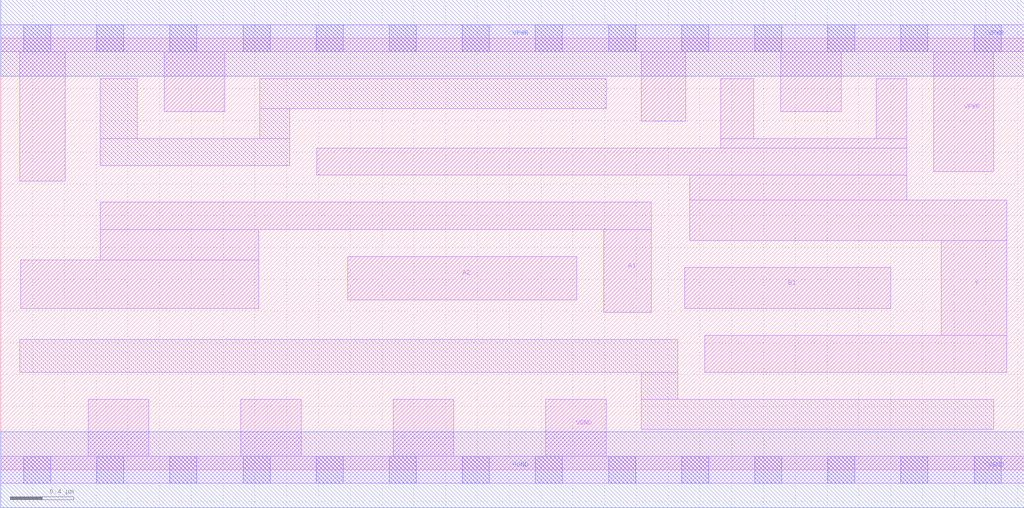
<source format=lef>
# Copyright 2020 The SkyWater PDK Authors
#
# Licensed under the Apache License, Version 2.0 (the "License");
# you may not use this file except in compliance with the License.
# You may obtain a copy of the License at
#
#     https://www.apache.org/licenses/LICENSE-2.0
#
# Unless required by applicable law or agreed to in writing, software
# distributed under the License is distributed on an "AS IS" BASIS,
# WITHOUT WARRANTIES OR CONDITIONS OF ANY KIND, either express or implied.
# See the License for the specific language governing permissions and
# limitations under the License.
#
# SPDX-License-Identifier: Apache-2.0

VERSION 5.7 ;
  NAMESCASESENSITIVE ON ;
  NOWIREEXTENSIONATPIN ON ;
  DIVIDERCHAR "/" ;
  BUSBITCHARS "[]" ;
UNITS
  DATABASE MICRONS 200 ;
END UNITS
PROPERTYDEFINITIONS
  MACRO maskLayoutSubType STRING ;
  MACRO prCellType STRING ;
  MACRO originalViewName STRING ;
END PROPERTYDEFINITIONS
MACRO sky130_fd_sc_hdll__o21ai_4
  CLASS CORE ;
  FOREIGN sky130_fd_sc_hdll__o21ai_4 ;
  ORIGIN  0.000000  0.000000 ;
  SIZE  6.440000 BY  2.720000 ;
  SYMMETRY X Y R90 ;
  SITE unithd ;
  PIN A1
    ANTENNAGATEAREA  1.110000 ;
    DIRECTION INPUT ;
    USE SIGNAL ;
    PORT
      LAYER li1 ;
        RECT 0.125000 1.015000 1.625000 1.320000 ;
        RECT 0.625000 1.320000 1.625000 1.515000 ;
        RECT 0.625000 1.515000 4.095000 1.685000 ;
        RECT 3.795000 0.990000 4.095000 1.515000 ;
    END
  END A1
  PIN A2
    ANTENNAGATEAREA  1.110000 ;
    DIRECTION INPUT ;
    USE SIGNAL ;
    PORT
      LAYER li1 ;
        RECT 2.185000 1.070000 3.625000 1.345000 ;
    END
  END A2
  PIN B1
    ANTENNAGATEAREA  1.110000 ;
    DIRECTION INPUT ;
    USE SIGNAL ;
    PORT
      LAYER li1 ;
        RECT 4.305000 1.015000 5.600000 1.275000 ;
    END
  END B1
  PIN VGND
    ANTENNADIFFAREA  0.851500 ;
    DIRECTION INOUT ;
    USE SIGNAL ;
    PORT
      LAYER li1 ;
        RECT 0.000000 -0.085000 6.440000 0.085000 ;
        RECT 0.550000  0.085000 0.930000 0.445000 ;
        RECT 1.510000  0.085000 1.890000 0.445000 ;
        RECT 2.470000  0.085000 2.850000 0.445000 ;
        RECT 3.430000  0.085000 3.810000 0.445000 ;
      LAYER mcon ;
        RECT 0.145000 -0.085000 0.315000 0.085000 ;
        RECT 0.605000 -0.085000 0.775000 0.085000 ;
        RECT 1.065000 -0.085000 1.235000 0.085000 ;
        RECT 1.525000 -0.085000 1.695000 0.085000 ;
        RECT 1.985000 -0.085000 2.155000 0.085000 ;
        RECT 2.445000 -0.085000 2.615000 0.085000 ;
        RECT 2.905000 -0.085000 3.075000 0.085000 ;
        RECT 3.365000 -0.085000 3.535000 0.085000 ;
        RECT 3.825000 -0.085000 3.995000 0.085000 ;
        RECT 4.285000 -0.085000 4.455000 0.085000 ;
        RECT 4.745000 -0.085000 4.915000 0.085000 ;
        RECT 5.205000 -0.085000 5.375000 0.085000 ;
        RECT 5.665000 -0.085000 5.835000 0.085000 ;
        RECT 6.125000 -0.085000 6.295000 0.085000 ;
      LAYER met1 ;
        RECT 0.000000 -0.240000 6.440000 0.240000 ;
    END
  END VGND
  PIN VPWR
    ANTENNADIFFAREA  1.490000 ;
    DIRECTION INOUT ;
    USE SIGNAL ;
    PORT
      LAYER li1 ;
        RECT 0.000000 2.635000 6.440000 2.805000 ;
        RECT 0.120000 1.820000 0.405000 2.635000 ;
        RECT 1.030000 2.255000 1.410000 2.635000 ;
        RECT 4.030000 2.195000 4.310000 2.635000 ;
        RECT 4.910000 2.255000 5.290000 2.635000 ;
        RECT 5.870000 1.880000 6.250000 2.635000 ;
      LAYER mcon ;
        RECT 0.145000 2.635000 0.315000 2.805000 ;
        RECT 0.605000 2.635000 0.775000 2.805000 ;
        RECT 1.065000 2.635000 1.235000 2.805000 ;
        RECT 1.525000 2.635000 1.695000 2.805000 ;
        RECT 1.985000 2.635000 2.155000 2.805000 ;
        RECT 2.445000 2.635000 2.615000 2.805000 ;
        RECT 2.905000 2.635000 3.075000 2.805000 ;
        RECT 3.365000 2.635000 3.535000 2.805000 ;
        RECT 3.825000 2.635000 3.995000 2.805000 ;
        RECT 4.285000 2.635000 4.455000 2.805000 ;
        RECT 4.745000 2.635000 4.915000 2.805000 ;
        RECT 5.205000 2.635000 5.375000 2.805000 ;
        RECT 5.665000 2.635000 5.835000 2.805000 ;
        RECT 6.125000 2.635000 6.295000 2.805000 ;
      LAYER met1 ;
        RECT 0.000000 2.480000 6.440000 2.960000 ;
    END
  END VPWR
  PIN Y
    ANTENNADIFFAREA  1.661500 ;
    DIRECTION OUTPUT ;
    USE SIGNAL ;
    PORT
      LAYER li1 ;
        RECT 1.990000 1.855000 5.700000 2.025000 ;
        RECT 4.335000 1.445000 6.330000 1.700000 ;
        RECT 4.335000 1.700000 5.700000 1.855000 ;
        RECT 4.430000 0.615000 6.330000 0.845000 ;
        RECT 4.530000 2.025000 5.700000 2.085000 ;
        RECT 4.530000 2.085000 4.740000 2.465000 ;
        RECT 5.510000 2.085000 5.700000 2.465000 ;
        RECT 5.920000 0.845000 6.330000 1.445000 ;
    END
  END Y
  OBS
    LAYER li1 ;
      RECT 0.120000 0.615000 4.260000 0.820000 ;
      RECT 0.625000 1.915000 1.820000 2.085000 ;
      RECT 0.625000 2.085000 0.860000 2.465000 ;
      RECT 1.630000 2.085000 1.820000 2.275000 ;
      RECT 1.630000 2.275000 3.810000 2.465000 ;
      RECT 4.030000 0.255000 6.250000 0.445000 ;
      RECT 4.030000 0.445000 4.260000 0.615000 ;
  END
  PROPERTY maskLayoutSubType "abstract" ;
  PROPERTY prCellType "standard" ;
  PROPERTY originalViewName "layout" ;
END sky130_fd_sc_hdll__o21ai_4

</source>
